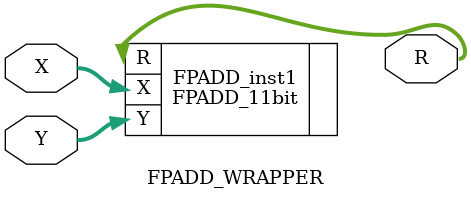
<source format=sv>
`timescale 1ns / 1ps


module FPADD_WRAPPER(

    input               [17:0] X,
    input               [17:0] Y,

    output logic        [17:0] R
);

FPADD_11bit FPADD_inst1(.X(X), .Y(Y), .R(R));

endmodule

</source>
